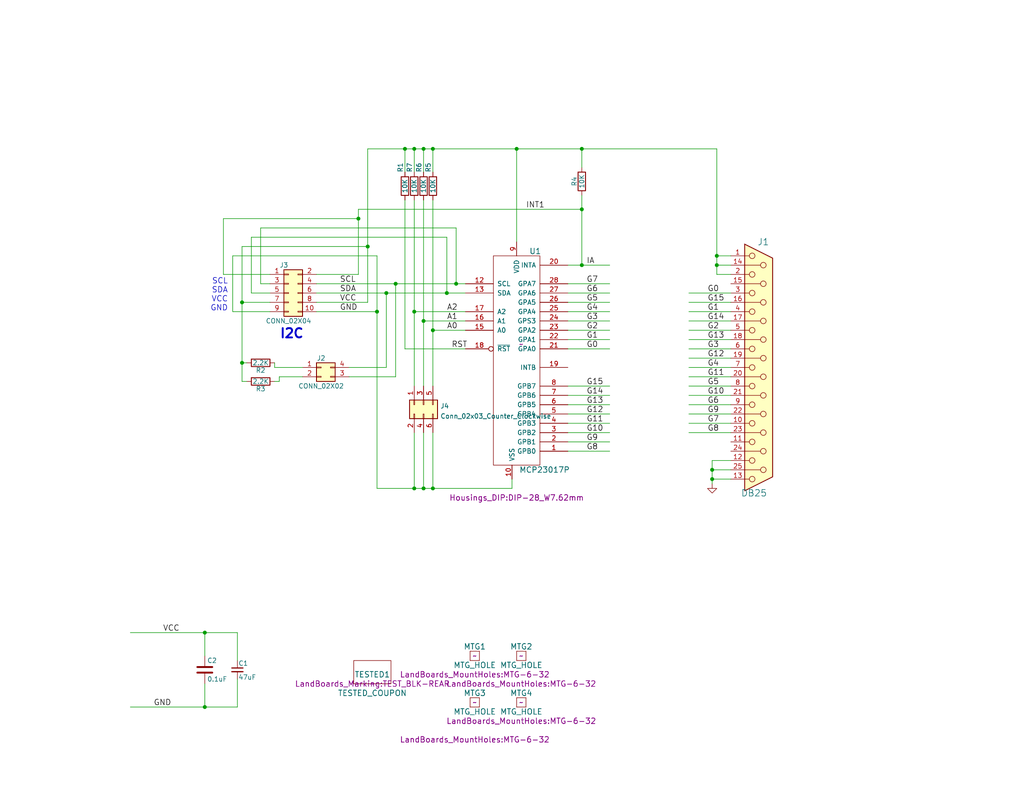
<source format=kicad_sch>
(kicad_sch (version 20211123) (generator eeschema)
  (paper "A")
  (title_block (title "16-CHANNEL DIGITAL I/O") (date "2022-05-18") (rev "1") (company "land-boards.com"))
  (lib_symbols
    (symbol "Connector:DB25_Female" (pin_names (offset 1.016) hide)
      (property "Reference" "J" (at 0 34.29 0))
      (property "Value" "DB25_Female" (at 0 -34.925 0))
      (symbol "DB25_Female_0_1"
        (circle (center -1.778 -30.48) (radius 0.762))
        (circle (center -1.778 -25.4) (radius 0.762))
        (circle (center -1.778 -20.32) (radius 0.762))
        (circle (center -1.778 -15.24) (radius 0.762))
        (circle (center -1.778 -10.16) (radius 0.762))
        (circle (center -1.778 -5.08) (radius 0.762))
        (circle (center -1.778 0) (radius 0.762))
        (circle (center -1.778 5.08) (radius 0.762))
        (circle (center -1.778 10.16) (radius 0.762))
        (circle (center -1.778 15.24) (radius 0.762))
        (circle (center -1.778 20.32) (radius 0.762))
        (circle (center -1.778 25.4) (radius 0.762))
        (circle (center -1.778 30.48) (radius 0.762))
        (polyline (pts (xy -3.81 -30.48) (xy -2.54 -30.48)))
        (polyline (pts (xy -3.81 -27.94) (xy 0.508 -27.94)))
        (polyline (pts (xy -3.81 -25.4) (xy -2.54 -25.4)))
        (polyline (pts (xy -3.81 -22.86) (xy 0.508 -22.86)))
        (polyline (pts (xy -3.81 -20.32) (xy -2.54 -20.32)))
        (polyline (pts (xy -3.81 -17.78) (xy 0.508 -17.78)))
        (polyline (pts (xy -3.81 -15.24) (xy -2.54 -15.24)))
        (polyline (pts (xy -3.81 -12.7) (xy 0.508 -12.7)))
        (polyline (pts (xy -3.81 -10.16) (xy -2.54 -10.16)))
        (polyline (pts (xy -3.81 -7.62) (xy 0.508 -7.62)))
        (polyline (pts (xy -3.81 -5.08) (xy -2.54 -5.08)))
        (polyline (pts (xy -3.81 -2.54) (xy 0.508 -2.54)))
        (polyline (pts (xy -3.81 0) (xy -2.54 0)))
        (polyline (pts (xy -3.81 2.54) (xy 0.508 2.54)))
        (polyline (pts (xy -3.81 5.08) (xy -2.54 5.08)))
        (polyline (pts (xy -3.81 7.62) (xy 0.508 7.62)))
        (polyline (pts (xy -3.81 10.16) (xy -2.54 10.16)))
        (polyline (pts (xy -3.81 12.7) (xy 0.508 12.7)))
        (polyline (pts (xy -3.81 15.24) (xy -2.54 15.24)))
        (polyline (pts (xy -3.81 17.78) (xy 0.508 17.78)))
        (polyline (pts (xy -3.81 20.32) (xy -2.54 20.32)))
        (polyline (pts (xy -3.81 22.86) (xy 0.508 22.86)))
        (polyline (pts (xy -3.81 25.4) (xy -2.54 25.4)))
        (polyline (pts (xy -3.81 27.94) (xy 0.508 27.94)))
        (polyline (pts (xy -3.81 30.48) (xy -2.54 30.48)))
        (polyline (pts (xy -3.81 33.655) (xy 3.81 29.845) (xy 3.81 -29.845) (xy -3.81 -33.655) (xy -3.81 33.655)) (stroke (width 0.254)) (fill (type background)))
        (circle (center 1.27 -27.94) (radius 0.762))
        (circle (center 1.27 -22.86) (radius 0.762))
        (circle (center 1.27 -17.78) (radius 0.762))
        (circle (center 1.27 -12.7) (radius 0.762))
        (circle (center 1.27 -7.62) (radius 0.762))
        (circle (center 1.27 -2.54) (radius 0.762))
        (circle (center 1.27 2.54) (radius 0.762))
        (circle (center 1.27 7.62) (radius 0.762))
        (circle (center 1.27 12.7) (radius 0.762))
        (circle (center 1.27 17.78) (radius 0.762))
        (circle (center 1.27 22.86) (radius 0.762))
        (circle (center 1.27 27.94) (radius 0.762))
      )
      (symbol "DB25_Female_1_1"
        (pin passive line (at -7.62 30.48 0) (length 3.81) (name "1") (number "1"))
        (pin passive line (at -7.62 -15.24 0) (length 3.81) (name "10") (number "10"))
        (pin passive line (at -7.62 -20.32 0) (length 3.81) (name "11") (number "11"))
        (pin passive line (at -7.62 -25.4 0) (length 3.81) (name "12") (number "12"))
        (pin passive line (at -7.62 -30.48 0) (length 3.81) (name "13") (number "13"))
        (pin passive line (at -7.62 27.94 0) (length 3.81) (name "P14") (number "14"))
        (pin passive line (at -7.62 22.86 0) (length 3.81) (name "P15") (number "15"))
        (pin passive line (at -7.62 17.78 0) (length 3.81) (name "P16") (number "16"))
        (pin passive line (at -7.62 12.7 0) (length 3.81) (name "P17") (number "17"))
        (pin passive line (at -7.62 7.62 0) (length 3.81) (name "P18") (number "18"))
        (pin passive line (at -7.62 2.54 0) (length 3.81) (name "P19") (number "19"))
        (pin passive line (at -7.62 25.4 0) (length 3.81) (name "2") (number "2"))
        (pin passive line (at -7.62 -2.54 0) (length 3.81) (name "P20") (number "20"))
        (pin passive line (at -7.62 -7.62 0) (length 3.81) (name "P21") (number "21"))
        (pin passive line (at -7.62 -12.7 0) (length 3.81) (name "P22") (number "22"))
        (pin passive line (at -7.62 -17.78 0) (length 3.81) (name "P23") (number "23"))
        (pin passive line (at -7.62 -22.86 0) (length 3.81) (name "P24") (number "24"))
        (pin passive line (at -7.62 -27.94 0) (length 3.81) (name "P25") (number "25"))
        (pin passive line (at -7.62 20.32 0) (length 3.81) (name "3") (number "3"))
        (pin passive line (at -7.62 15.24 0) (length 3.81) (name "4") (number "4"))
        (pin passive line (at -7.62 10.16 0) (length 3.81) (name "5") (number "5"))
        (pin passive line (at -7.62 5.08 0) (length 3.81) (name "6") (number "6"))
        (pin passive line (at -7.62 0 0) (length 3.81) (name "7") (number "7"))
        (pin passive line (at -7.62 -5.08 0) (length 3.81) (name "8") (number "8"))
        (pin passive line (at -7.62 -10.16 0) (length 3.81) (name "9") (number "9"))
      )
    )
    (symbol "Connector_Generic:Conn_02x02_Counter_Clockwise" (pin_names (offset 1.016) hide)
      (property "Reference" "J" (at 1.27 2.54 0))
      (property "Value" "Conn_02x02_Counter_Clockwise" (at 1.27 -5.08 0))
      (symbol "Conn_02x02_Counter_Clockwise_1_1"
        (rectangle (start -1.27 -2.413) (end 0 -2.667) (stroke (width 0.1524)))
        (rectangle (start -1.27 0.127) (end 0 -0.127) (stroke (width 0.1524)))
        (rectangle (start -1.27 1.27) (end 3.81 -3.81) (stroke (width 0.254)) (fill (type background)))
        (rectangle (start 3.81 -2.413) (end 2.54 -2.667) (stroke (width 0.1524)))
        (rectangle (start 3.81 0.127) (end 2.54 -0.127) (stroke (width 0.1524)))
        (pin passive line (at -5.08 0 0) (length 3.81) (name "Pin_1") (number "1"))
        (pin passive line (at -5.08 -2.54 0) (length 3.81) (name "Pin_2") (number "2"))
        (pin passive line (at 7.62 -2.54 180) (length 3.81) (name "Pin_3") (number "3"))
        (pin passive line (at 7.62 0 180) (length 3.81) (name "Pin_4") (number "4"))
      )
    )
    (symbol "Connector_Generic:Conn_02x03_Odd_Even" (pin_names (offset 1.016) hide)
      (property "Reference" "J" (at 1.27 5.08 0))
      (property "Value" "Conn_02x03_Odd_Even" (at 1.27 -5.08 0))
      (symbol "Conn_02x03_Odd_Even_1_1"
        (rectangle (start -1.27 -2.413) (end 0 -2.667) (stroke (width 0.1524)))
        (rectangle (start -1.27 0.127) (end 0 -0.127) (stroke (width 0.1524)))
        (rectangle (start -1.27 2.667) (end 0 2.413) (stroke (width 0.1524)))
        (rectangle (start -1.27 3.81) (end 3.81 -3.81) (stroke (width 0.254)) (fill (type background)))
        (rectangle (start 3.81 -2.413) (end 2.54 -2.667) (stroke (width 0.1524)))
        (rectangle (start 3.81 0.127) (end 2.54 -0.127) (stroke (width 0.1524)))
        (rectangle (start 3.81 2.667) (end 2.54 2.413) (stroke (width 0.1524)))
        (pin passive line (at -5.08 2.54 0) (length 3.81) (name "Pin_1") (number "1"))
        (pin passive line (at 7.62 2.54 180) (length 3.81) (name "Pin_2") (number "2"))
        (pin passive line (at -5.08 0 0) (length 3.81) (name "Pin_3") (number "3"))
        (pin passive line (at 7.62 0 180) (length 3.81) (name "Pin_4") (number "4"))
        (pin passive line (at -5.08 -2.54 0) (length 3.81) (name "Pin_5") (number "5"))
        (pin passive line (at 7.62 -2.54 180) (length 3.81) (name "Pin_6") (number "6"))
      )
    )
    (symbol "Connector_Generic:Conn_02x05_Odd_Even" (pin_names (offset 1.016) hide)
      (property "Reference" "J" (at 1.27 7.62 0))
      (property "Value" "Conn_02x05_Odd_Even" (at 1.27 -7.62 0))
      (symbol "Conn_02x05_Odd_Even_1_1"
        (rectangle (start -1.27 -4.953) (end 0 -5.207) (stroke (width 0.1524)))
        (rectangle (start -1.27 -2.413) (end 0 -2.667) (stroke (width 0.1524)))
        (rectangle (start -1.27 0.127) (end 0 -0.127) (stroke (width 0.1524)))
        (rectangle (start -1.27 2.667) (end 0 2.413) (stroke (width 0.1524)))
        (rectangle (start -1.27 5.207) (end 0 4.953) (stroke (width 0.1524)))
        (rectangle (start -1.27 6.35) (end 3.81 -6.35) (stroke (width 0.254)) (fill (type background)))
        (rectangle (start 3.81 -4.953) (end 2.54 -5.207) (stroke (width 0.1524)))
        (rectangle (start 3.81 -2.413) (end 2.54 -2.667) (stroke (width 0.1524)))
        (rectangle (start 3.81 0.127) (end 2.54 -0.127) (stroke (width 0.1524)))
        (rectangle (start 3.81 2.667) (end 2.54 2.413) (stroke (width 0.1524)))
        (rectangle (start 3.81 5.207) (end 2.54 4.953) (stroke (width 0.1524)))
        (pin passive line (at -5.08 5.08 0) (length 3.81) (name "Pin_1") (number "1"))
        (pin passive line (at 7.62 -5.08 180) (length 3.81) (name "Pin_10") (number "10"))
        (pin passive line (at 7.62 5.08 180) (length 3.81) (name "Pin_2") (number "2"))
        (pin passive line (at -5.08 2.54 0) (length 3.81) (name "Pin_3") (number "3"))
        (pin passive line (at 7.62 2.54 180) (length 3.81) (name "Pin_4") (number "4"))
        (pin passive line (at -5.08 0 0) (length 3.81) (name "Pin_5") (number "5"))
        (pin passive line (at 7.62 0 180) (length 3.81) (name "Pin_6") (number "6"))
        (pin passive line (at -5.08 -2.54 0) (length 3.81) (name "Pin_7") (number "7"))
        (pin passive line (at 7.62 -2.54 180) (length 3.81) (name "Pin_8") (number "8"))
        (pin passive line (at -5.08 -5.08 0) (length 3.81) (name "Pin_9") (number "9"))
      )
    )
    (symbol "Device:C" (pin_numbers hide) (pin_names (offset 0.254))
      (property "Reference" "C" (at 0.635 2.54 0))
      (property "Value" "C" (at 0.635 -2.54 0))
      (symbol "C_0_1"
        (polyline (pts (xy -2.032 -0.762) (xy 2.032 -0.762)) (stroke (width 0.508)))
        (polyline (pts (xy -2.032 0.762) (xy 2.032 0.762)) (stroke (width 0.508)))
      )
      (symbol "C_1_1"
        (pin passive line (at 0 3.81 270) (length 2.794) (name "~") (number "1"))
        (pin passive line (at 0 -3.81 90) (length 2.794) (name "~") (number "2"))
      )
    )
    (symbol "Device:C_Small" (pin_numbers hide) (pin_names (offset 0.254) hide)
      (property "Reference" "C" (at 0.254 1.778 0))
      (property "Value" "C_Small" (at 0.254 -2.032 0))
      (symbol "C_Small_0_1"
        (polyline (pts (xy -1.524 -0.508) (xy 1.524 -0.508)) (stroke (width 0.3302)))
        (polyline (pts (xy -1.524 0.508) (xy 1.524 0.508)) (stroke (width 0.3048)))
      )
      (symbol "C_Small_1_1"
        (pin passive line (at 0 2.54 270) (length 2.032) (name "~") (number "1"))
        (pin passive line (at 0 -2.54 90) (length 2.032) (name "~") (number "2"))
      )
    )
    (symbol "Device:R" (pin_numbers hide) (pin_names (offset 0))
      (property "Reference" "R" (at 2.032 0 90))
      (property "Value" "R" (at 0 0 90))
      (symbol "R_0_1"
        (rectangle (start -1.016 -2.54) (end 1.016 2.54) (stroke (width 0.254)))
      )
      (symbol "R_1_1"
        (pin passive line (at 0 3.81 270) (length 1.27) (name "~") (number "1"))
        (pin passive line (at 0 -3.81 90) (length 1.27) (name "~") (number "2"))
      )
    )
    (symbol "LandBoards:COUPON" (pin_names (offset 1.016))
      (property "Reference" "COUP?" (at 0 0 0))
      (property "Value" "COUPON" (at 0 0 0))
      (symbol "COUPON_0_1"
        (rectangle (start -5.08 0) (end 5.08 6.35))
      )
    )
    (symbol "LandBoards:MTG_HOLE" (pin_names (offset 1.016))
      (property "Reference" "MTG?" (at 0 2.54 0))
      (property "Value" "MTG_HOLE" (at 0 -2.54 0))
      (symbol "MTG_HOLE_0_1"
        (rectangle (start -1.27 -1.27) (end 1.27 -1.27))
        (rectangle (start -1.27 1.27) (end -1.27 -1.27))
        (rectangle (start 1.27 1.27) (end -1.27 1.27))
        (rectangle (start 1.27 1.27) (end 1.27 -1.27))
      )
    )
    (symbol "LandBoards_Semis:MCP23017P" (pin_names (offset 1.016))
      (property "Reference" "U" (at 3.81 25.4 0))
      (property "Value" "MCP23017P" (at 6.35 -34.29 0))
      (symbol "MCP23017P_0_1"
        (rectangle (start -7.62 -33.02) (end 5.08 24.13))
      )
      (symbol "MCP23017P_1_1"
        (pin bidirectional line (at 12.7 -29.21 180) (length 7.62) (name "GPB0") (number "1"))
        (pin power_in line (at -2.54 -36.83 90) (length 3.81) (name "VSS") (number "10"))
        (pin input line (at -15.24 16.51 0) (length 7.62) (name "SCL") (number "12"))
        (pin input line (at -15.24 13.97 0) (length 7.62) (name "SDA") (number "13"))
        (pin input line (at -15.24 3.81 0) (length 7.62) (name "A0") (number "15"))
        (pin input line (at -15.24 6.35 0) (length 7.62) (name "A1") (number "16"))
        (pin input line (at -15.24 8.89 0) (length 7.62) (name "A2") (number "17"))
        (pin input inverted (at -15.24 -1.27 0) (length 7.62) (name "~{RST}") (number "18"))
        (pin open_collector line (at 12.7 -6.35 180) (length 7.62) (name "INTB") (number "19"))
        (pin bidirectional line (at 12.7 -26.67 180) (length 7.62) (name "GPB1") (number "2"))
        (pin open_collector line (at 12.7 21.59 180) (length 7.62) (name "INTA") (number "20"))
        (pin bidirectional line (at 12.7 -1.27 180) (length 7.62) (name "GPA0") (number "21"))
        (pin bidirectional line (at 12.7 1.27 180) (length 7.62) (name "GPA1") (number "22"))
        (pin bidirectional line (at 12.7 3.81 180) (length 7.62) (name "GPA2") (number "23"))
        (pin bidirectional line (at 12.7 6.35 180) (length 7.62) (name "GPS3") (number "24"))
        (pin bidirectional line (at 12.7 8.89 180) (length 7.62) (name "GPA4") (number "25"))
        (pin bidirectional line (at 12.7 11.43 180) (length 7.62) (name "GPA5") (number "26"))
        (pin bidirectional line (at 12.7 13.97 180) (length 7.62) (name "GPA6") (number "27"))
        (pin bidirectional line (at 12.7 16.51 180) (length 7.62) (name "GPA7") (number "28"))
        (pin bidirectional line (at 12.7 -24.13 180) (length 7.62) (name "GPB2") (number "3"))
        (pin bidirectional line (at 12.7 -21.59 180) (length 7.62) (name "GPB3") (number "4"))
        (pin bidirectional line (at 12.7 -19.05 180) (length 7.62) (name "GPB4") (number "5"))
        (pin bidirectional line (at 12.7 -16.51 180) (length 7.62) (name "GPB5") (number "6"))
        (pin bidirectional line (at 12.7 -13.97 180) (length 7.62) (name "GPB6") (number "7"))
        (pin bidirectional line (at 12.7 -11.43 180) (length 7.62) (name "GPB7") (number "8"))
        (pin power_in line (at -1.27 27.94 270) (length 3.81) (name "VDD") (number "9"))
      )
    )
    (symbol "power:GND" (power) (pin_names (offset 0))
      (property "Value" "GND" (at 0 -3.81 0))
      (symbol "GND_0_1"
        (polyline (pts (xy 0 0) (xy 0 -1.27) (xy 1.27 -1.27) (xy 0 -2.54) (xy -1.27 -1.27) (xy 0 -1.27)))
      )
      (symbol "GND_1_1"
        (pin power_in line (at 0 0 270) (length 0) hide (name "GND") (number "1"))
      )
    )
  )
  (junction (at 107.95 77.47))
  (junction (at 113.03 40.64))
  (junction (at 158.75 40.64))
  (junction (at 118.11 40.64))
  (junction (at 115.57 40.64))
  (junction (at 97.79 59.69))
  (junction (at 113.03 133.35))
  (junction (at 102.87 85.09))
  (junction (at 66.04 82.55))
  (junction (at 118.11 90.17))
  (junction (at 195.58 69.85))
  (junction (at 118.11 133.35))
  (junction (at 115.57 133.35))
  (junction (at 158.75 57.15))
  (junction (at 195.58 72.39))
  (junction (at 140.97 40.64))
  (junction (at 194.31 130.81))
  (junction (at 115.57 87.63))
  (junction (at 100.33 67.31))
  (junction (at 105.41 80.01))
  (junction (at 110.49 40.64))
  (junction (at 124.46 77.47))
  (junction (at 113.03 85.09))
  (junction (at 55.88 172.72))
  (junction (at 194.31 128.27))
  (junction (at 66.04 99.06))
  (junction (at 121.92 80.01))
  (junction (at 55.88 193.04))
  (junction (at 158.75 72.39))
  (wire (pts (xy 71.12 62.23) (xy 124.46 62.23)))
  (wire (pts (xy 154.94 72.39) (xy 158.75 72.39)))
  (wire (pts (xy 105.41 80.01) (xy 121.92 80.01)))
  (wire (pts (xy 66.04 99.06) (xy 66.04 104.14)))
  (wire (pts (xy 154.94 105.41) (xy 166.37 105.41)))
  (wire (pts (xy 110.49 54.61) (xy 110.49 95.25)))
  (wire (pts (xy 154.94 110.49) (xy 166.37 110.49)))
  (wire (pts (xy 76.2 102.87) (xy 76.2 104.14)))
  (wire (pts (xy 76.2 104.14) (xy 74.93 104.14)))
  (wire (pts (xy 154.94 87.63) (xy 166.37 87.63)))
  (wire (pts (xy 55.88 193.04) (xy 64.77 193.04)))
  (wire (pts (xy 86.36 74.93) (xy 97.79 74.93)))
  (wire (pts (xy 195.58 40.64) (xy 195.58 69.85)))
  (wire (pts (xy 154.94 107.95) (xy 166.37 107.95)))
  (wire (pts (xy 140.97 40.64) (xy 140.97 66.04)))
  (wire (pts (xy 97.79 74.93) (xy 97.79 59.69)))
  (wire (pts (xy 154.94 95.25) (xy 166.37 95.25)))
  (wire (pts (xy 55.88 172.72) (xy 64.77 172.72)))
  (wire (pts (xy 74.93 100.33) (xy 82.55 100.33)))
  (wire (pts (xy 118.11 90.17) (xy 127 90.17)))
  (wire (pts (xy 63.5 85.09) (xy 73.66 85.09)))
  (wire (pts (xy 158.75 40.64) (xy 158.75 45.72)))
  (wire (pts (xy 199.39 125.73) (xy 194.31 125.73)))
  (wire (pts (xy 187.96 90.17) (xy 199.39 90.17)))
  (wire (pts (xy 102.87 85.09) (xy 102.87 133.35)))
  (wire (pts (xy 124.46 62.23) (xy 124.46 77.47)))
  (wire (pts (xy 139.7 130.81) (xy 139.7 133.35)))
  (wire (pts (xy 187.96 118.11) (xy 199.39 118.11)))
  (wire (pts (xy 154.94 123.19) (xy 166.37 123.19)))
  (wire (pts (xy 60.96 59.69) (xy 97.79 59.69)))
  (wire (pts (xy 154.94 113.03) (xy 166.37 113.03)))
  (wire (pts (xy 35.56 172.72) (xy 55.88 172.72)))
  (wire (pts (xy 154.94 115.57) (xy 166.37 115.57)))
  (wire (pts (xy 63.5 69.85) (xy 102.87 69.85)))
  (wire (pts (xy 113.03 85.09) (xy 113.03 105.41)))
  (wire (pts (xy 110.49 40.64) (xy 113.03 40.64)))
  (wire (pts (xy 67.31 99.06) (xy 66.04 99.06)))
  (wire (pts (xy 118.11 90.17) (xy 118.11 105.41)))
  (wire (pts (xy 68.58 64.77) (xy 121.92 64.77)))
  (wire (pts (xy 195.58 72.39) (xy 199.39 72.39)))
  (wire (pts (xy 195.58 69.85) (xy 195.58 72.39)))
  (wire (pts (xy 71.12 62.23) (xy 71.12 77.47)))
  (wire (pts (xy 95.25 102.87) (xy 107.95 102.87)))
  (wire (pts (xy 187.96 100.33) (xy 199.39 100.33)))
  (wire (pts (xy 113.03 46.99) (xy 113.03 40.64)))
  (wire (pts (xy 195.58 72.39) (xy 195.58 74.93)))
  (wire (pts (xy 64.77 193.04) (xy 64.77 185.42)))
  (wire (pts (xy 66.04 67.31) (xy 66.04 82.55)))
  (wire (pts (xy 121.92 64.77) (xy 121.92 80.01)))
  (wire (pts (xy 115.57 54.61) (xy 115.57 87.63)))
  (wire (pts (xy 86.36 77.47) (xy 107.95 77.47)))
  (wire (pts (xy 113.03 133.35) (xy 102.87 133.35)))
  (wire (pts (xy 118.11 118.11) (xy 118.11 133.35)))
  (wire (pts (xy 154.94 85.09) (xy 166.37 85.09)))
  (wire (pts (xy 68.58 80.01) (xy 73.66 80.01)))
  (wire (pts (xy 71.12 77.47) (xy 73.66 77.47)))
  (wire (pts (xy 115.57 118.11) (xy 115.57 133.35)))
  (wire (pts (xy 60.96 74.93) (xy 60.96 59.69)))
  (wire (pts (xy 118.11 133.35) (xy 115.57 133.35)))
  (wire (pts (xy 113.03 118.11) (xy 113.03 133.35)))
  (wire (pts (xy 140.97 40.64) (xy 158.75 40.64)))
  (wire (pts (xy 74.93 100.33) (xy 74.93 99.06)))
  (wire (pts (xy 115.57 40.64) (xy 118.11 40.64)))
  (wire (pts (xy 110.49 46.99) (xy 110.49 40.64)))
  (wire (pts (xy 187.96 80.01) (xy 199.39 80.01)))
  (wire (pts (xy 154.94 82.55) (xy 166.37 82.55)))
  (wire (pts (xy 118.11 40.64) (xy 140.97 40.64)))
  (wire (pts (xy 115.57 87.63) (xy 115.57 105.41)))
  (wire (pts (xy 194.31 130.81) (xy 194.31 132.08)))
  (wire (pts (xy 158.75 57.15) (xy 158.75 72.39)))
  (wire (pts (xy 199.39 130.81) (xy 194.31 130.81)))
  (wire (pts (xy 187.96 113.03) (xy 199.39 113.03)))
  (wire (pts (xy 95.25 100.33) (xy 105.41 100.33)))
  (wire (pts (xy 113.03 54.61) (xy 113.03 85.09)))
  (wire (pts (xy 154.94 118.11) (xy 166.37 118.11)))
  (wire (pts (xy 195.58 69.85) (xy 199.39 69.85)))
  (wire (pts (xy 154.94 80.01) (xy 166.37 80.01)))
  (wire (pts (xy 187.96 85.09) (xy 199.39 85.09)))
  (wire (pts (xy 66.04 67.31) (xy 100.33 67.31)))
  (wire (pts (xy 100.33 40.64) (xy 110.49 40.64)))
  (wire (pts (xy 66.04 82.55) (xy 73.66 82.55)))
  (wire (pts (xy 100.33 40.64) (xy 100.33 67.31)))
  (wire (pts (xy 194.31 128.27) (xy 194.31 130.81)))
  (wire (pts (xy 115.57 133.35) (xy 113.03 133.35)))
  (wire (pts (xy 187.96 105.41) (xy 199.39 105.41)))
  (wire (pts (xy 35.56 193.04) (xy 55.88 193.04)))
  (wire (pts (xy 139.7 133.35) (xy 118.11 133.35)))
  (wire (pts (xy 187.96 87.63) (xy 199.39 87.63)))
  (wire (pts (xy 97.79 59.69) (xy 97.79 57.15)))
  (wire (pts (xy 187.96 92.71) (xy 199.39 92.71)))
  (wire (pts (xy 102.87 69.85) (xy 102.87 85.09)))
  (wire (pts (xy 187.96 82.55) (xy 199.39 82.55)))
  (wire (pts (xy 187.96 115.57) (xy 199.39 115.57)))
  (wire (pts (xy 82.55 102.87) (xy 76.2 102.87)))
  (wire (pts (xy 158.75 72.39) (xy 166.37 72.39)))
  (wire (pts (xy 86.36 85.09) (xy 102.87 85.09)))
  (wire (pts (xy 199.39 128.27) (xy 194.31 128.27)))
  (wire (pts (xy 154.94 92.71) (xy 166.37 92.71)))
  (wire (pts (xy 97.79 57.15) (xy 158.75 57.15)))
  (wire (pts (xy 100.33 67.31) (xy 100.33 82.55)))
  (wire (pts (xy 64.77 172.72) (xy 64.77 180.34)))
  (wire (pts (xy 113.03 40.64) (xy 115.57 40.64)))
  (wire (pts (xy 118.11 54.61) (xy 118.11 90.17)))
  (wire (pts (xy 55.88 186.69) (xy 55.88 193.04)))
  (wire (pts (xy 154.94 90.17) (xy 166.37 90.17)))
  (wire (pts (xy 68.58 64.77) (xy 68.58 80.01)))
  (wire (pts (xy 110.49 95.25) (xy 127 95.25)))
  (wire (pts (xy 187.96 97.79) (xy 199.39 97.79)))
  (wire (pts (xy 107.95 77.47) (xy 124.46 77.47)))
  (wire (pts (xy 105.41 80.01) (xy 105.41 100.33)))
  (wire (pts (xy 66.04 104.14) (xy 67.31 104.14)))
  (wire (pts (xy 86.36 80.01) (xy 105.41 80.01)))
  (wire (pts (xy 118.11 46.99) (xy 118.11 40.64)))
  (wire (pts (xy 187.96 107.95) (xy 199.39 107.95)))
  (wire (pts (xy 154.94 77.47) (xy 166.37 77.47)))
  (wire (pts (xy 55.88 172.72) (xy 55.88 179.07)))
  (wire (pts (xy 187.96 95.25) (xy 199.39 95.25)))
  (wire (pts (xy 199.39 74.93) (xy 195.58 74.93)))
  (wire (pts (xy 158.75 53.34) (xy 158.75 57.15)))
  (wire (pts (xy 127 85.09) (xy 113.03 85.09)))
  (wire (pts (xy 63.5 69.85) (xy 63.5 85.09)))
  (wire (pts (xy 158.75 40.64) (xy 195.58 40.64)))
  (wire (pts (xy 124.46 77.47) (xy 127 77.47)))
  (wire (pts (xy 187.96 102.87) (xy 199.39 102.87)))
  (wire (pts (xy 100.33 82.55) (xy 86.36 82.55)))
  (wire (pts (xy 107.95 77.47) (xy 107.95 102.87)))
  (wire (pts (xy 66.04 82.55) (xy 66.04 99.06)))
  (wire (pts (xy 187.96 110.49) (xy 199.39 110.49)))
  (wire (pts (xy 154.94 120.65) (xy 166.37 120.65)))
  (wire (pts (xy 121.92 80.01) (xy 127 80.01)))
  (wire (pts (xy 194.31 125.73) (xy 194.31 128.27)))
  (wire (pts (xy 73.66 74.93) (xy 60.96 74.93)))
  (wire (pts (xy 115.57 46.99) (xy 115.57 40.64)))
  (wire (pts (xy 115.57 87.63) (xy 127 87.63)))
  (text "SCL\nSDA\nVCC\nGND" (at 62.23 85.09 180) (effects (font (size 1.524 1.524)) (justify right bottom)))
  (text "I2C" (at 76.2 92.71 0) (effects (font (size 2.54 2.54) (thickness 0.508) bold) (justify left bottom)))
  (label "G2" (at 160.02 90.17 0) (effects (font (size 1.524 1.524))))
  (label "G4" (at 193.04 100.33 0) (effects (font (size 1.524 1.524))))
  (label "A2" (at 121.92 85.09 0) (effects (font (size 1.524 1.524))))
  (label "G13" (at 160.02 110.49 0) (effects (font (size 1.524 1.524))))
  (label "VCC" (at 44.45 172.72 0) (effects (font (size 1.524 1.524))))
  (label "G12" (at 160.02 113.03 0) (effects (font (size 1.524 1.524))))
  (label "G11" (at 193.04 102.87 0) (effects (font (size 1.524 1.524))))
  (label "G14" (at 193.04 87.63 0) (effects (font (size 1.524 1.524))))
  (label "G14" (at 160.02 107.95 0) (effects (font (size 1.524 1.524))))
  (label "INT1" (at 143.51 57.15 0) (effects (font (size 1.524 1.524))))
  (label "G11" (at 160.02 115.57 0) (effects (font (size 1.524 1.524))))
  (label "G12" (at 193.04 97.79 0) (effects (font (size 1.524 1.524))))
  (label "G13" (at 193.04 92.71 0) (effects (font (size 1.524 1.524))))
  (label "G1" (at 193.04 85.09 0) (effects (font (size 1.524 1.524))))
  (label "G6" (at 193.04 110.49 0) (effects (font (size 1.524 1.524))))
  (label "G6" (at 160.02 80.01 0) (effects (font (size 1.524 1.524))))
  (label "G7" (at 160.02 77.47 0) (effects (font (size 1.524 1.524))))
  (label "G0" (at 160.02 95.25 0) (effects (font (size 1.524 1.524))))
  (label "G3" (at 160.02 87.63 0) (effects (font (size 1.524 1.524))))
  (label "SCL" (at 92.71 77.47 0) (effects (font (size 1.524 1.524))))
  (label "IA" (at 160.02 72.39 0) (effects (font (size 1.524 1.524))))
  (label "GND" (at 92.71 85.09 0) (effects (font (size 1.524 1.524))))
  (label "G0" (at 193.04 80.01 0) (effects (font (size 1.524 1.524))))
  (label "SDA" (at 92.71 80.01 0) (effects (font (size 1.524 1.524))))
  (label "G10" (at 160.02 118.11 0) (effects (font (size 1.524 1.524))))
  (label "G9" (at 160.02 120.65 0) (effects (font (size 1.524 1.524))))
  (label "G4" (at 160.02 85.09 0) (effects (font (size 1.524 1.524))))
  (label "A0" (at 121.92 90.17 0) (effects (font (size 1.524 1.524))))
  (label "A1" (at 121.92 87.63 0) (effects (font (size 1.524 1.524))))
  (label "G8" (at 193.04 118.11 0) (effects (font (size 1.524 1.524))))
  (label "G2" (at 193.04 90.17 0) (effects (font (size 1.524 1.524))))
  (label "G7" (at 193.04 115.57 0) (effects (font (size 1.524 1.524))))
  (label "G15" (at 193.04 82.55 0) (effects (font (size 1.524 1.524))))
  (label "G9" (at 193.04 113.03 0) (effects (font (size 1.524 1.524))))
  (label "VCC" (at 92.71 82.55 0) (effects (font (size 1.524 1.524))))
  (label "G8" (at 160.02 123.19 0) (effects (font (size 1.524 1.524))))
  (label "GND" (at 41.91 193.04 0) (effects (font (size 1.524 1.524))))
  (label "G10" (at 193.04 107.95 0) (effects (font (size 1.524 1.524))))
  (label "G5" (at 193.04 105.41 0) (effects (font (size 1.524 1.524))))
  (label "G5" (at 160.02 82.55 0) (effects (font (size 1.524 1.524))))
  (label "G3" (at 193.04 95.25 0) (effects (font (size 1.524 1.524))))
  (label "RST" (at 123.19 95.25 0) (effects (font (size 1.524 1.524))))
  (label "G1" (at 160.02 92.71 0) (effects (font (size 1.524 1.524))))
  (label "G15" (at 160.02 105.41 0) (effects (font (size 1.524 1.524))))
  (symbol (lib_id "LandBoards:MTG_HOLE") (at 142.24 191.77 0) (unit 1)
    (property "Reference" "MTG4" (at 142.24 189.23 0) (effects (font (size 1.524 1.524))))
    (property "Value" "MTG_HOLE" (at 142.24 194.31 0) (effects (font (size 1.524 1.524))))
    (property "Footprint" "LandBoards_MountHoles:MTG-6-32" (at 142.24 196.85 0) (effects (font (size 1.524 1.524))))
    (property "Datasheet" "~" (at 142.24 191.77 0) (effects (font (size 1.524 1.524))))
  )
  (symbol (lib_id "LandBoards:MTG_HOLE") (at 129.54 191.77 0) (unit 1)
    (property "Reference" "MTG3" (at 129.54 189.23 0) (effects (font (size 1.524 1.524))))
    (property "Value" "MTG_HOLE" (at 129.54 194.31 0) (effects (font (size 1.524 1.524))))
    (property "Footprint" "LandBoards_MountHoles:MTG-6-32" (at 129.54 201.93 0) (effects (font (size 1.524 1.524))))
    (property "Datasheet" "~" (at 129.54 191.77 0) (effects (font (size 1.524 1.524))))
  )
  (symbol (lib_id "LandBoards:MTG_HOLE") (at 142.24 179.07 0) (unit 1)
    (property "Reference" "MTG2" (at 142.24 176.53 0) (effects (font (size 1.524 1.524))))
    (property "Value" "MTG_HOLE" (at 142.24 181.61 0) (effects (font (size 1.524 1.524))))
    (property "Footprint" "LandBoards_MountHoles:MTG-6-32" (at 142.24 186.69 0) (effects (font (size 1.524 1.524))))
    (property "Datasheet" "~" (at 142.24 179.07 0) (effects (font (size 1.524 1.524))))
  )
  (symbol (lib_id "LandBoards:MTG_HOLE") (at 129.54 179.07 0) (unit 1)
    (property "Reference" "MTG1" (at 129.54 176.53 0) (effects (font (size 1.524 1.524))))
    (property "Value" "MTG_HOLE" (at 129.54 181.61 0) (effects (font (size 1.524 1.524))))
    (property "Footprint" "LandBoards_MountHoles:MTG-6-32" (at 129.54 184.15 0) (effects (font (size 1.524 1.524))))
    (property "Datasheet" "~" (at 129.54 179.07 0) (effects (font (size 1.524 1.524))))
  )
  (symbol (lib_id "LandBoards_Semis:MCP23017P") (at 142.24 93.98 0) (unit 1)
    (property "Reference" "U1" (at 146.05 68.58 0) (effects (font (size 1.524 1.524))))
    (property "Value" "MCP23017P" (at 148.59 128.27 0) (effects (font (size 1.524 1.524))))
    (property "Footprint" "Housings_DIP:DIP-28_W7.62mm" (at 140.97 135.89 0) (effects (font (size 1.524 1.524))))
    (property "Datasheet" "~" (at 142.24 93.98 0) (effects (font (size 1.524 1.524))))
  )
  (symbol (lib_id "Device:R") (at 71.12 99.06 270) (unit 1)
    (property "Reference" "R2" (at 71.12 101.092 90))
    (property "Value" "2.2K" (at 71.12 99.06 90))
    (property "Footprint" "Resistor_THT:R_Axial_DIN0207_L6.3mm_D2.5mm_P10.16mm_Horizontal" (effects hide))
  )
  (symbol (lib_id "Device:R") (at 71.12 104.14 270) (unit 1)
    (property "Reference" "R3" (at 71.12 106.172 90))
    (property "Value" "2.2K" (at 71.12 104.14 90))
    (property "Footprint" "Resistor_THT:R_Axial_DIN0207_L6.3mm_D2.5mm_P10.16mm_Horizontal" (effects hide))
  )
  (symbol (lib_id "Device:R") (at 158.75 49.53 180) (unit 1)
    (property "Reference" "R4" (at 156.718 49.53 90))
    (property "Value" "10K" (at 158.75 49.53 90))
    (property "Footprint" "Resistor_THT:R_Axial_DIN0207_L6.3mm_D2.5mm_P10.16mm_Horizontal" (effects hide))
  )
  (symbol (lib_id "Device:R") (at 115.57 50.8 180) (unit 1)
    (property "Reference" "R6" (at 114.3 45.72 90))
    (property "Value" "10K" (at 115.57 50.8 90))
    (property "Footprint" "Resistor_THT:R_Axial_DIN0207_L6.3mm_D2.5mm_P10.16mm_Horizontal" (effects hide))
  )
  (symbol (lib_id "Device:R") (at 113.03 50.8 180) (unit 1)
    (property "Reference" "R7" (at 111.76 45.72 90))
    (property "Value" "10K" (at 113.03 50.8 90))
    (property "Footprint" "Resistor_THT:R_Axial_DIN0207_L6.3mm_D2.5mm_P10.16mm_Horizontal" (effects hide))
  )
  (symbol (lib_id "Device:R") (at 110.49 50.8 180) (unit 1)
    (property "Reference" "R1" (at 109.22 45.72 90))
    (property "Value" "10K" (at 110.49 50.8 90))
    (property "Footprint" "Resistor_THT:R_Axial_DIN0207_L6.3mm_D2.5mm_P10.16mm_Horizontal" (effects hide))
  )
  (symbol (lib_id "Device:C") (at 55.88 182.88 0) (unit 1)
    (property "Reference" "C2" (at 56.515 180.34 0) (effects (justify left)))
    (property "Value" "0.1uF" (at 56.515 185.42 0) (effects (justify left)))
    (property "Footprint" "Capacitors_ThroughHole:C_Rect_L7_W2_P5" (effects hide))
  )
  (symbol (lib_id "Connector_Generic:Conn_02x02_Counter_Clockwise") (at 87.63 100.33 0) (unit 1)
    (property "Reference" "J2" (at 87.63 97.79 0))
    (property "Value" "CONN_02X02" (at 87.63 105.41 0))
    (property "Footprint" "Connector_PinHeader_2.54mm:PinHeader_2x02_P2.54mm_Horizontal" (effects hide))
  )
  (symbol (lib_id "Connector_Generic:Conn_02x05_Odd_Even") (at 78.74 80.01 0) (unit 1)
    (property "Reference" "J3" (at 77.47 72.39 0))
    (property "Value" "CONN_02X04" (at 78.74 87.63 0))
    (property "Footprint" "Connector_PinHeader_2.54mm:PinHeader_2x05_P2.54mm_Horizontal" (effects hide))
  )
  (symbol (lib_id "Device:C_Small") (at 64.77 182.88 0) (unit 1)
    (property "Reference" "C1" (at 65.024 181.102 0) (effects (justify left)))
    (property "Value" "47uF" (at 65.024 184.912 0) (effects (justify left)))
    (property "Footprint" "Capacitors_ThroughHole:C_Radial_D5_L11_P2.5" (effects hide))
  )
  (symbol (lib_id "LandBoards:COUPON") (at 101.6 186.69 0) (unit 1)
    (property "Reference" "TESTED1" (at 101.6 184.15 0) (effects (font (size 1.524 1.524))))
    (property "Value" "TESTED_COUPON" (at 101.6 189.23 0) (effects (font (size 1.524 1.524))))
    (property "Footprint" "LandBoards_Marking:TEST_BLK-REAR" (at 101.6 186.69 0) (effects (font (size 1.524 1.524))))
    (property "Datasheet" "~" (at 101.6 186.69 0) (effects (font (size 1.524 1.524))))
  )
  (symbol (lib_id "power:GND") (at 194.31 132.08 0) (unit 1)
    (property "Reference" "#PWR05" (effects hide))
    (property "Value" "GND" (effects hide))
  )
  (symbol (lib_id "Device:R") (at 118.11 50.8 180) (unit 1)
    (property "Reference" "R5" (at 116.84 45.72 90))
    (property "Value" "10K" (at 118.11 50.8 90))
    (property "Footprint" "Resistor_THT:R_Axial_DIN0207_L6.3mm_D2.5mm_P10.16mm_Horizontal" (effects hide))
  )
  (symbol (lib_id "Connector:DB25_Female") (at 207.01 100.33 0) (unit 1)
    (property "Reference" "J1" (at 208.28 66.04 0) (effects (font (size 1.778 1.778))))
    (property "Value" "DB25" (at 205.74 134.62 0) (effects (font (size 1.778 1.778))))
    (property "Footprint" "LandBoards_Conns:DB25FC" (effects hide))
    (property "Datasheet" " ~" (effects hide))
  )
  (symbol (lib_id "Connector_Generic:Conn_02x03_Odd_Even") (at 115.57 110.49 90) (mirror x) (unit 1)
    (property "Reference" "J4" (at 120.142 110.8515 90) (effects (justify right)))
    (property "Value" "Conn_02x03_Counter_Clockwise" (at 120.142 113.6266 90) (effects (justify right)))
    (property "Footprint" "Connector_PinHeader_2.54mm:PinHeader_2x03_P2.54mm_Horizontal" (effects hide))
  )
)
</source>
